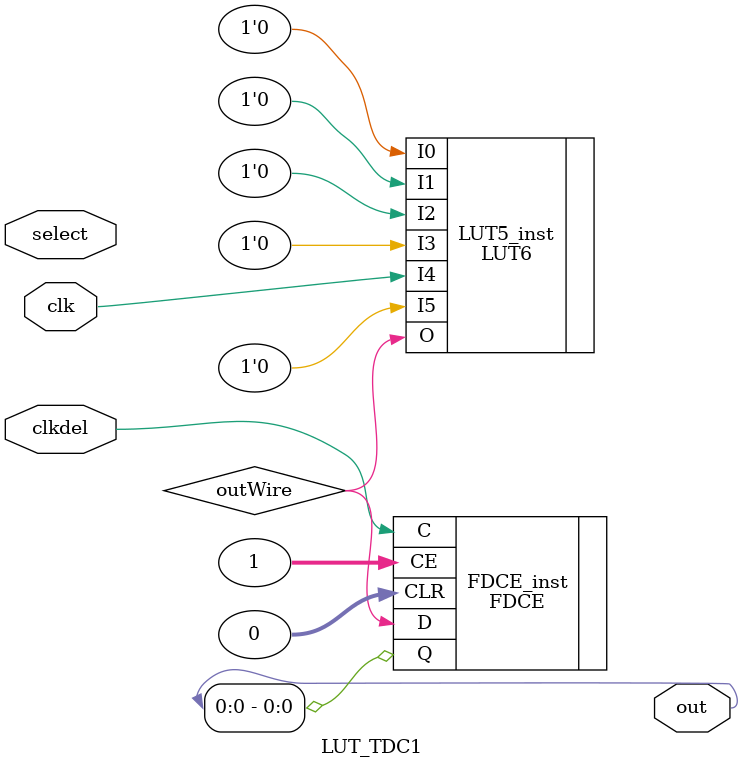
<source format=v>
`timescale 1ns / 1ps
module LUT_TDC(
	input clk,
	input clkdel,
	input [2:0] select,
	output [3:0]out
    );

	(* s = "true" *) wire [3:0] outWire;
	(* s = "true" *) wire [3:0] O5, O6;
//	(* s = "true" *) wire [5:0] LutSelect;
	assign LutSelect = LutSel(select);
	
	function [5:0] LutSel;
  input [2:0] x;
    case (x)
      3'h0: LutSel = {00000,clk};
      3'h1: LutSel = {0000,clk,0};
      3'h2: LutSel = {000,clk,00};
      3'h3: LutSel = {0,clk,000};
      3'h4: LutSel = {clk,0000};
      3'h5: LutSel = {clk,00000};      
      default       : LutSel = 6'b000000;
    endcase
  endfunction
	
//
//
//
//	
//					
//	(* s = "true" *) LUT6 #(
//		.INIT(64'b11111111_11111111_11111111_11111111_11111111_11111111_11111111_11111110) // Specify LUT Contents
//		) LUT5_inst0 (
//		.O(outWire[3]), // LUT general output
//		.I0(clk), // LUT input
//		.I1(1'b0), // LUT input
//		.I2(1'b0), // LUT input
//		.I3(1'b0), // LUT input
//		.I4(1'b0), // LUT input	
//		.I5(1'b0) // LUT input	
//		);
//
//	(* s = "true" *) LUT6 #(
//		.INIT(64'b11111111_11111111_11111111_11111111_11111111_11111111_11111111_11111110) // Specify LUT Contents
//		) LUT5_inst1 (
//		.O(outWire[2]), // LUT general output
//		.I0(1'b0), // LUT input
//		.I1(1'b0), // LUT input
//		.I2(clk), // LUT input
//		.I3(1'b0), // LUT input
//		.I4(1'b0), // LUT input	
//		.I5(1'b0) // LUT input	
//		);
//
//	(* s = "true" *) LUT6 #(
//		.INIT(64'b11111111_11111111_11111111_11111111_11111111_11111111_11111111_11111110) // Specify LUT Contents
//		) LUT5_inst2 (
//		.O(outWire[1]), // LUT general output
//		.I0(1'b0), // LUT input
//		.I1(1'b0), // LUT input
//		.I2(1'b0), // LUT input
//		.I3(1'b0), // LUT input
//		.I4(clk), // LUT input	
//		.I5(1'b0) // LUT input	
//		);
//
//
//	(* s = "true" *) LUT6 #(
//		.INIT(64'b11111111_11111111_11111111_11111111_11111111_11111111_11111111_11111110) // Specify LUT Contents
//		) LUT5_inst3 (
//		.O(outWire[0]), // LUT general output
//		.I0(1'b0), // LUT input
//		.I1(1'b0), // LUT input
//		.I2(1'b0), // LUT input
//		.I3(1'b0), // LUT input
//		.I4(1'b0), // LUT input	
//		.I5(clk) // LUT input	
//		);
//
//
//
//
//(* s = "true" *) 	FDCE #(
//	.INIT(1'b0) // Initial value of register (1'b0 or 1'b1)
//	) FDCE_inst0 (
//	.Q(out[0]), // 1-bit Data output
//	.C(clkdel), // 1-bit Clock input
//	.CE(1), // 1-bit Clock enable input
//	.CLR(0), // 1-bit Asynchronous clear input
//	.D(outWire[0]) // 1-bit Data input
//	);
//	
//(* s = "true" *) 	FDCE #(
//	.INIT(1'b0) // Initial value of register (1'b0 or 1'b1)
//	) FDCE_inst1 (
//	.Q(out[1]), // 1-bit Data output
//	.C(clkdel), // 1-bit Clock input
//	.CE(1), // 1-bit Clock enable input
//	.CLR(0), // 1-bit Asynchronous clear input
//	.D(outWire[1]) // 1-bit Data input
//	);
//	
//	(* s = "true" *) 	FDCE #(
//	.INIT(1'b0) // Initial value of register (1'b0 or 1'b1)
//	) FDCE_inst2 (
//	.Q(out[2]), // 1-bit Data output
//	.C(clkdel), // 1-bit Clock input
//	.CE(1), // 1-bit Clock enable input
//	.CLR(0), // 1-bit Asynchronous clear input
//	.D(outWire[2]) // 1-bit Data input
//	);
//	
//(* s = "true" *) 	FDCE #(
//	.INIT(1'b0) // Initial value of register (1'b0 or 1'b1)
//	) FDCE_inst3 (
//	.Q(out[3]), // 1-bit Data output
//	.C(clkdel), // 1-bit Clock input
//	.CE(1), // 1-bit Clock enable input
//	.CLR(0), // 1-bit Asynchronous clear input
//	.D(outWire[3]) // 1-bit Data input
//	);
//	




//	(* s = "true" *) LUT6 #(
//		.INIT(64'b11111111_11001010_11110000_11001010_00001111_11001010_00000000_11001010) // Specify LUT Contents
//		        //[63:56]  [55:48]  [47:40]   [39:32]  [31:24]  [23:16]  [15:8]	  [7:0]
//		) LUT5_inst3 (
//		.O(outWire[0]), // LUT general output
//		.I0(clk), // LUT input
//		.I1(clk), // LUT input
//		.I2(select[0]), // LUT input
//		.I3(select[1]), // LUT input
//		.I4(clk), // LUT input	
//		.I5(clk) // LUT input	
//		);
//

//	
//(* s = "true" *) 	FDCE #(
//	.INIT(1'b0) // Initial value of register (1'b0 or 1'b1)
//	) FDCE_inst3 (
//	.Q(out[3]), // 1-bit Data output
//	.C(clkdel), // 1-bit Clock input
//	.CE(1), // 1-bit Clock enable input
//	.CLR(0), // 1-bit Asynchronous clear input
//	.D(outWire[0]) // 1-bit Data input
//	);



//// LUT 62

//LUT6_2 #(
//.INIT(64'b00000000_00000000_00000000_00000001_00000000_00000000_00000000_00000010) // Specify LUT Contents
//) LUT6_2_inst0 (
//.O6(O6[0]), // 1-bit LUT6 output
//.O5(O5[0]), // 1-bit lower LUT5 output
//.I0(clk), // 1-bit LUT input
//.I1(1'b0), // 1-bit LUT input
//.I2(1'b0), // 1-bit LUT input
//.I3(1'b0), // 1-bit LUT input
//.I4(1'b0), // 1-bit LUT input
//.I5(1'b1) // 1-bit LUT input (fast MUX select only available to O6 output)
//);
//
//
//(* s = "true" *) 	FDCE #(
//	.INIT(1'b0) // Initial value of register (1'b0 or 1'b1)
//	) FDCE_inst00 (
//	.Q(out[0]), // 1-bit Data output
//	.C(clkdel), // 1-bit Clock input
//	.CE(1), // 1-bit Clock enable input
//	.CLR(1'b0), // 1-bit Asynchronous clear input
//	.D(O6[0]) // 1-bit Data input
//	);
//
//(* s = "true" *) 	FDCE #(
//	.INIT(1'b0) // Initial value of register (1'b0 or 1'b1)
//	) FDCE_inst01 (
//	.Q(out[1]), // 1-bit Data output
//	.C(clkdel), // 1-bit Clock input
//	.CE(1), // 1-bit Clock enable input
//	.CLR(1'b0), // 1-bit Asynchronous clear input
//	.D(O5[0]) // 1-bit Data input
//	);
//	
//	
//LUT6_2 #(
//.INIT(64'b11111111_11111111_00000000_00000001_11111111_11111111_00000000_00000010) // Specify LUT Contents
//) LUT6_2_inst1 (
//.O6(O6[1]), // 1-bit LUT6 output
//.O5(O5[1]), // 1-bit lower LUT5 output
//.I0(1'b0), // 1-bit LUT input
//.I1(1'b0), // 1-bit LUT input
//.I2(1'b0), // 1-bit LUT input
//.I3(1'b0), // 1-bit LUT input
//.I4(clk), // 1-bit LUT input
//.I5(1'b1) // 1-bit LUT input (fast MUX select only available to O6 output)
//);
//
//
//(* s = "true" *) 	FDCE #(
//	.INIT(1'b0) // Initial value of register (1'b0 or 1'b1)
//	) FDCE_inst10 (
//	.Q(out[2]), // 1-bit Data output
//	.C(clkdel), // 1-bit Clock input
//	.CE(1), // 1-bit Clock enable input
//	.CLR(1'b0), // 1-bit Asynchronous clear input
//	.D(O6[1]) // 1-bit Data input
//	);
//
//(* s = "true" *) 	FDCE #(
//	.INIT(1'b0) // Initial value of register (1'b0 or 1'b1)
//	) FDCE_inst11 (
//	.Q(out[3]), // 1-bit Data output
//	.C(clkdel), // 1-bit Clock input
//	.CE(1), // 1-bit Clock enable input
//	.CLR(1'b0), // 1-bit Asynchronous clear input
//	.D(O5[1]) // 1-bit Data input
//	);
//	
endmodule

module LUT_TDC1(
	input clk,
	input clkdel,
	input [2:0] select,
	output [1:0]out
    );

	(* s = "true" *) wire outWire, delclk1, delclk2;
	(* s = "true" *) wire [5:0] LutSelect;
//	assign LutSelect = LutSel(select);
//	
//	function [5:0] LutSel;
//  input [2:0] x;
//    case (x)
//      3'h0: LutSel = {00000,clk};
//      3'h1: LutSel = {0000,clk,0};
//      3'h2: LutSel = {000,clk,00};
//      3'h3: LutSel = {0,clk,000};
//      3'h4: LutSel = {clk,0000};
//      3'h5: LutSel = {clk,00000};      
//      default       : LutSel = 6'b000000;
//    endcase
//  endfunction
	
	
					
	(* s = "true" *) LUT6 #(
		.INIT(64'b11111111_11111111_11111111_11111111_11111111_11111111_11111111_11111110) // Specify LUT Contents
		) LUT5_inst (
		.O(outWire), // LUT general output
		.I0(1'b0), // LUT input
		.I1(1'b0), // LUT input
		.I2(1'b0), // LUT input
		.I3(1'b0), // LUT input
		.I4(clk), // LUT input	
		.I5(1'b0) // LUT input	
		);



(* s = "true" *) 	FDCE #(
	.INIT(1'b0) // Initial value of register (1'b0 or 1'b1)
	) FDCE_inst (
	.Q(out[0]), // 1-bit Data output
	.C(clkdel), // 1-bit Clock input
	.CE(1), // 1-bit Clock enable input
	.CLR(0), // 1-bit Asynchronous clear input
	.D(outWire) // 1-bit Data input
	);
	


endmodule


</source>
